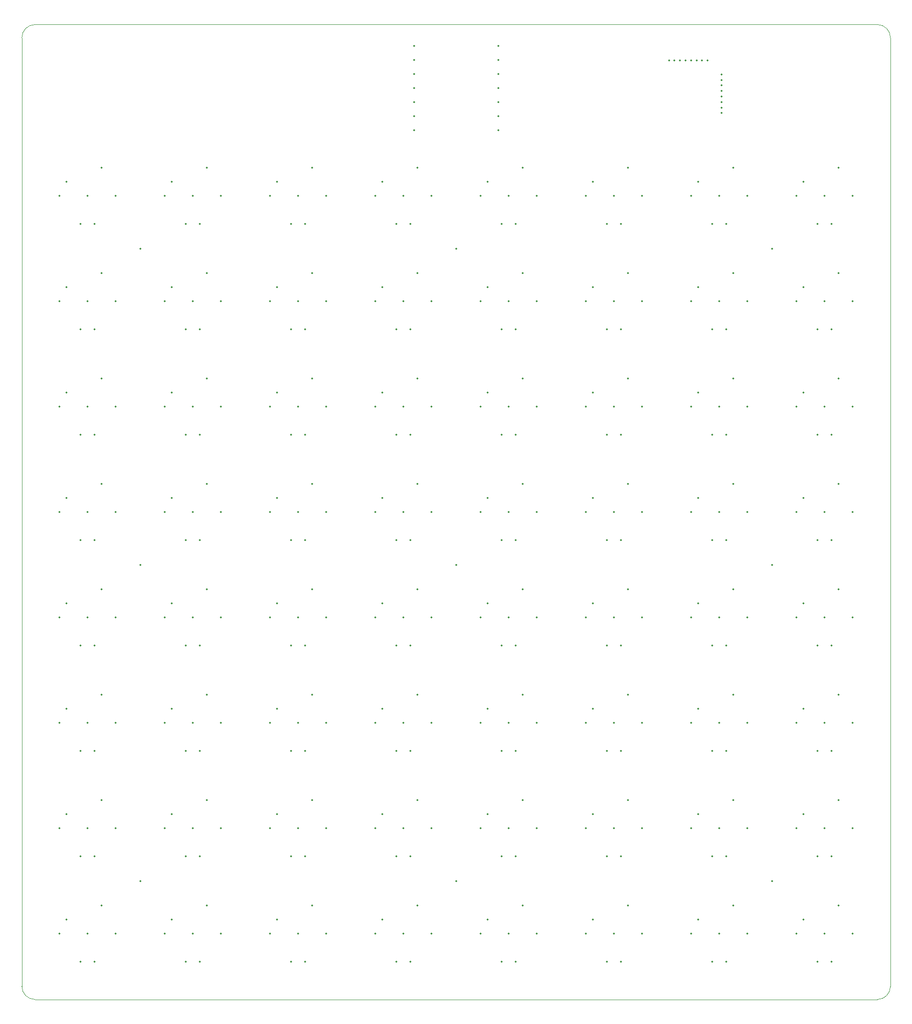
<source format=gko>
%TF.GenerationSoftware,KiCad,Pcbnew,9.0.2*%
%TF.CreationDate,2025-06-29T11:42:18-07:00*%
%TF.ProjectId,Grid64_v3,47726964-3634-45f7-9633-2e6b69636164,rev?*%
%TF.SameCoordinates,Original*%
%TF.FileFunction,Profile,NP*%
%FSLAX46Y46*%
G04 Gerber Fmt 4.6, Leading zero omitted, Abs format (unit mm)*
G04 Created by KiCad (PCBNEW 9.0.2) date 2025-06-29 11:42:18*
%MOMM*%
%LPD*%
G01*
G04 APERTURE LIST*
%TA.AperFunction,Profile*%
%ADD10C,0.050000*%
%TD*%
%ADD11C,0.350000*%
G04 APERTURE END LIST*
D10*
X186055000Y-204946250D02*
G75*
G02*
X183673750Y-207327500I-2381300J50D01*
G01*
X183673700Y-31115000D02*
X31273750Y-31115000D01*
X28892500Y-33496250D02*
G75*
G02*
X31273750Y-31115000I2381250J0D01*
G01*
X31273750Y-207327500D02*
G75*
G02*
X28892500Y-204946250I0J2381250D01*
G01*
X28892500Y-204946250D02*
X28892500Y-33496250D01*
X183673750Y-31115000D02*
G75*
G02*
X186055000Y-33496250I-50J-2381300D01*
G01*
X183673750Y-207327500D02*
X31273750Y-207327500D01*
X186055000Y-33496250D02*
X186055000Y-204946250D01*
D11*
X134778800Y-86201200D03*
X137318800Y-86201200D03*
X92868800Y-195421200D03*
X97948800Y-195421200D03*
X103028800Y-195421200D03*
X94138800Y-192881200D03*
X100488800Y-190341200D03*
X130968800Y-100171200D03*
X136048800Y-100171200D03*
X141128800Y-100171200D03*
X132238800Y-97631200D03*
X138588800Y-95091200D03*
X130968800Y-138271200D03*
X136048800Y-138271200D03*
X141128800Y-138271200D03*
X132238800Y-135731200D03*
X138588800Y-133191200D03*
X96678800Y-181451200D03*
X99218800Y-181451200D03*
X73818800Y-157321200D03*
X78898800Y-157321200D03*
X83978800Y-157321200D03*
X75088800Y-154781200D03*
X81438800Y-152241200D03*
X134778800Y-105251200D03*
X137318800Y-105251200D03*
X169068800Y-62071200D03*
X174148800Y-62071200D03*
X179228800Y-62071200D03*
X170338800Y-59531200D03*
X176688800Y-56991200D03*
X73818800Y-138271200D03*
X78898800Y-138271200D03*
X83978800Y-138271200D03*
X75088800Y-135731200D03*
X81438800Y-133191200D03*
X35718800Y-176371200D03*
X40798800Y-176371200D03*
X45878800Y-176371200D03*
X36988800Y-173831200D03*
X43338800Y-171291200D03*
X172878800Y-200501200D03*
X175418800Y-200501200D03*
X35718800Y-81121200D03*
X40798800Y-81121200D03*
X45878800Y-81121200D03*
X36988800Y-78581200D03*
X43338800Y-76041200D03*
X155473725Y-40115000D03*
X155473725Y-41115000D03*
X155473725Y-42115000D03*
X155473725Y-43115000D03*
X155473725Y-44115000D03*
X155473725Y-45115000D03*
X155473725Y-46115000D03*
X155473725Y-47115000D03*
X58578800Y-124301200D03*
X61118800Y-124301200D03*
X96678800Y-162401200D03*
X99218800Y-162401200D03*
X111918800Y-62071200D03*
X116998800Y-62071200D03*
X122078800Y-62071200D03*
X113188800Y-59531200D03*
X119538800Y-56991200D03*
X107473800Y-128746200D03*
X153828800Y-67151200D03*
X156368800Y-67151200D03*
X50323800Y-71596200D03*
X134778800Y-67151200D03*
X137318800Y-67151200D03*
X164623800Y-71596200D03*
X77628800Y-181451200D03*
X80168800Y-181451200D03*
X73818800Y-119221200D03*
X78898800Y-119221200D03*
X83978800Y-119221200D03*
X75088800Y-116681200D03*
X81438800Y-114141200D03*
X92868800Y-81121200D03*
X97948800Y-81121200D03*
X103028800Y-81121200D03*
X94138800Y-78581200D03*
X100488800Y-76041200D03*
X153828800Y-124301200D03*
X156368800Y-124301200D03*
X153828800Y-181451200D03*
X156368800Y-181451200D03*
X96678800Y-200501200D03*
X99218800Y-200501200D03*
X169068800Y-138271200D03*
X174148800Y-138271200D03*
X179228800Y-138271200D03*
X170338800Y-135731200D03*
X176688800Y-133191200D03*
X115728800Y-200501200D03*
X118268800Y-200501200D03*
X35718800Y-100171200D03*
X40798800Y-100171200D03*
X45878800Y-100171200D03*
X36988800Y-97631200D03*
X43338800Y-95091200D03*
X58578800Y-200501200D03*
X61118800Y-200501200D03*
X54768800Y-100171200D03*
X59848800Y-100171200D03*
X64928800Y-100171200D03*
X56038800Y-97631200D03*
X62388800Y-95091200D03*
X169068800Y-81121200D03*
X174148800Y-81121200D03*
X179228800Y-81121200D03*
X170338800Y-78581200D03*
X176688800Y-76041200D03*
X77628800Y-67151200D03*
X80168800Y-67151200D03*
X35718800Y-119221200D03*
X40798800Y-119221200D03*
X45878800Y-119221200D03*
X36988800Y-116681200D03*
X43338800Y-114141200D03*
X111918800Y-195421200D03*
X116998800Y-195421200D03*
X122078800Y-195421200D03*
X113188800Y-192881200D03*
X119538800Y-190341200D03*
X54768800Y-195421200D03*
X59848800Y-195421200D03*
X64928800Y-195421200D03*
X56038800Y-192881200D03*
X62388800Y-190341200D03*
X150018800Y-119221200D03*
X155098800Y-119221200D03*
X160178800Y-119221200D03*
X151288800Y-116681200D03*
X157638800Y-114141200D03*
X39528800Y-67151200D03*
X42068800Y-67151200D03*
X172878800Y-67151200D03*
X175418800Y-67151200D03*
X134778800Y-181451200D03*
X137318800Y-181451200D03*
X169068800Y-119221200D03*
X174148800Y-119221200D03*
X179228800Y-119221200D03*
X170338800Y-116681200D03*
X176688800Y-114141200D03*
X35718800Y-157321200D03*
X40798800Y-157321200D03*
X45878800Y-157321200D03*
X36988800Y-154781200D03*
X43338800Y-152241200D03*
X134778800Y-124301200D03*
X137318800Y-124301200D03*
X58578800Y-105251200D03*
X61118800Y-105251200D03*
X107473800Y-71596200D03*
X50323800Y-128746200D03*
X39528800Y-86201200D03*
X42068800Y-86201200D03*
X50323800Y-185896200D03*
X96678800Y-105251200D03*
X99218800Y-105251200D03*
X58578800Y-143351200D03*
X61118800Y-143351200D03*
X172878800Y-124301200D03*
X175418800Y-124301200D03*
X77628800Y-124301200D03*
X80168800Y-124301200D03*
X73818800Y-176371200D03*
X78898800Y-176371200D03*
X83978800Y-176371200D03*
X75088800Y-173831200D03*
X81438800Y-171291200D03*
X39528800Y-200501200D03*
X42068800Y-200501200D03*
X150018800Y-62071200D03*
X155098800Y-62071200D03*
X160178800Y-62071200D03*
X151288800Y-59531200D03*
X157638800Y-56991200D03*
X111918800Y-138271200D03*
X116998800Y-138271200D03*
X122078800Y-138271200D03*
X113188800Y-135731200D03*
X119538800Y-133191200D03*
X77628800Y-162401200D03*
X80168800Y-162401200D03*
X130968800Y-81121200D03*
X136048800Y-81121200D03*
X141128800Y-81121200D03*
X132238800Y-78581200D03*
X138588800Y-76041200D03*
X58578800Y-67151200D03*
X61118800Y-67151200D03*
X35718800Y-62071200D03*
X40798800Y-62071200D03*
X45878800Y-62071200D03*
X36988800Y-59531200D03*
X43338800Y-56991200D03*
X39528800Y-143351200D03*
X42068800Y-143351200D03*
X134778800Y-200501200D03*
X137318800Y-200501200D03*
X54768800Y-138271200D03*
X59848800Y-138271200D03*
X64928800Y-138271200D03*
X56038800Y-135731200D03*
X62388800Y-133191200D03*
X54768800Y-62071200D03*
X59848800Y-62071200D03*
X64928800Y-62071200D03*
X56038800Y-59531200D03*
X62388800Y-56991200D03*
X150018800Y-195421200D03*
X155098800Y-195421200D03*
X160178800Y-195421200D03*
X151288800Y-192881200D03*
X157638800Y-190341200D03*
X92868800Y-100171200D03*
X97948800Y-100171200D03*
X103028800Y-100171200D03*
X94138800Y-97631200D03*
X100488800Y-95091200D03*
X111918800Y-81121200D03*
X116998800Y-81121200D03*
X122078800Y-81121200D03*
X113188800Y-78581200D03*
X119538800Y-76041200D03*
X39528800Y-162401200D03*
X42068800Y-162401200D03*
X77628800Y-105251200D03*
X80168800Y-105251200D03*
X58578800Y-162401200D03*
X61118800Y-162401200D03*
X73818800Y-62071200D03*
X78898800Y-62071200D03*
X83978800Y-62071200D03*
X75088800Y-59531200D03*
X81438800Y-56991200D03*
X115728800Y-67151200D03*
X118268800Y-67151200D03*
X77628800Y-86201200D03*
X80168800Y-86201200D03*
X39528800Y-181451200D03*
X42068800Y-181451200D03*
X172878800Y-86201200D03*
X175418800Y-86201200D03*
X145973725Y-37615000D03*
X146973725Y-37615000D03*
X147973725Y-37615000D03*
X148973725Y-37615000D03*
X149973725Y-37615000D03*
X150973725Y-37615000D03*
X151973725Y-37615000D03*
X152973725Y-37615000D03*
X172878800Y-105251200D03*
X175418800Y-105251200D03*
X169068800Y-176371200D03*
X174148800Y-176371200D03*
X179228800Y-176371200D03*
X170338800Y-173831200D03*
X176688800Y-171291200D03*
X92868800Y-176371200D03*
X97948800Y-176371200D03*
X103028800Y-176371200D03*
X94138800Y-173831200D03*
X100488800Y-171291200D03*
X150018800Y-100171200D03*
X155098800Y-100171200D03*
X160178800Y-100171200D03*
X151288800Y-97631200D03*
X157638800Y-95091200D03*
X58578800Y-181451200D03*
X61118800Y-181451200D03*
X58578800Y-86201200D03*
X61118800Y-86201200D03*
X115728800Y-124301200D03*
X118268800Y-124301200D03*
X150018800Y-176371200D03*
X155098800Y-176371200D03*
X160178800Y-176371200D03*
X151288800Y-173831200D03*
X157638800Y-171291200D03*
X115728800Y-162401200D03*
X118268800Y-162401200D03*
X92868800Y-138271200D03*
X97948800Y-138271200D03*
X103028800Y-138271200D03*
X94138800Y-135731200D03*
X100488800Y-133191200D03*
X169068800Y-195421200D03*
X174148800Y-195421200D03*
X179228800Y-195421200D03*
X170338800Y-192881200D03*
X176688800Y-190341200D03*
X150018800Y-138271200D03*
X155098800Y-138271200D03*
X160178800Y-138271200D03*
X151288800Y-135731200D03*
X157638800Y-133191200D03*
X111918800Y-119221200D03*
X116998800Y-119221200D03*
X122078800Y-119221200D03*
X113188800Y-116681200D03*
X119538800Y-114141200D03*
X35718800Y-195421200D03*
X40798800Y-195421200D03*
X45878800Y-195421200D03*
X36988800Y-192881200D03*
X43338800Y-190341200D03*
X115728800Y-143351200D03*
X118268800Y-143351200D03*
X73818800Y-100171200D03*
X78898800Y-100171200D03*
X83978800Y-100171200D03*
X75088800Y-97631200D03*
X81438800Y-95091200D03*
X172878800Y-162401200D03*
X175418800Y-162401200D03*
X115728800Y-86201200D03*
X118268800Y-86201200D03*
X107473800Y-185896200D03*
X130968800Y-119221200D03*
X136048800Y-119221200D03*
X141128800Y-119221200D03*
X132238800Y-116681200D03*
X138588800Y-114141200D03*
X169068800Y-100171200D03*
X174148800Y-100171200D03*
X179228800Y-100171200D03*
X170338800Y-97631200D03*
X176688800Y-95091200D03*
X153828800Y-86201200D03*
X156368800Y-86201200D03*
X150018800Y-157321200D03*
X155098800Y-157321200D03*
X160178800Y-157321200D03*
X151288800Y-154781200D03*
X157638800Y-152241200D03*
X153828800Y-143351200D03*
X156368800Y-143351200D03*
X77628800Y-143351200D03*
X80168800Y-143351200D03*
X73818800Y-195421200D03*
X78898800Y-195421200D03*
X83978800Y-195421200D03*
X75088800Y-192881200D03*
X81438800Y-190341200D03*
X130968800Y-195421200D03*
X136048800Y-195421200D03*
X141128800Y-195421200D03*
X132238800Y-192881200D03*
X138588800Y-190341200D03*
X150018800Y-81121200D03*
X155098800Y-81121200D03*
X160178800Y-81121200D03*
X151288800Y-78581200D03*
X157638800Y-76041200D03*
X130968800Y-157321200D03*
X136048800Y-157321200D03*
X141128800Y-157321200D03*
X132238800Y-154781200D03*
X138588800Y-152241200D03*
X164623800Y-128746200D03*
X92868800Y-62071200D03*
X97948800Y-62071200D03*
X103028800Y-62071200D03*
X94138800Y-59531200D03*
X100488800Y-56991200D03*
X111918800Y-100171200D03*
X116998800Y-100171200D03*
X122078800Y-100171200D03*
X113188800Y-97631200D03*
X119538800Y-95091200D03*
X92868800Y-119221200D03*
X97948800Y-119221200D03*
X103028800Y-119221200D03*
X94138800Y-116681200D03*
X100488800Y-114141200D03*
X92868800Y-157321200D03*
X97948800Y-157321200D03*
X103028800Y-157321200D03*
X94138800Y-154781200D03*
X100488800Y-152241200D03*
X77628800Y-200501200D03*
X80168800Y-200501200D03*
X153828800Y-162401200D03*
X156368800Y-162401200D03*
X172878800Y-143351200D03*
X175418800Y-143351200D03*
X169068800Y-157321200D03*
X174148800Y-157321200D03*
X179228800Y-157321200D03*
X170338800Y-154781200D03*
X176688800Y-152241200D03*
X35718800Y-138271200D03*
X40798800Y-138271200D03*
X45878800Y-138271200D03*
X36988800Y-135731200D03*
X43338800Y-133191200D03*
X96678800Y-124301200D03*
X99218800Y-124301200D03*
X39528800Y-124301200D03*
X42068800Y-124301200D03*
X96678800Y-86201200D03*
X99218800Y-86201200D03*
X54768800Y-81121200D03*
X59848800Y-81121200D03*
X64928800Y-81121200D03*
X56038800Y-78581200D03*
X62388800Y-76041200D03*
X111918800Y-157321200D03*
X116998800Y-157321200D03*
X122078800Y-157321200D03*
X113188800Y-154781200D03*
X119538800Y-152241200D03*
X111918800Y-176371200D03*
X116998800Y-176371200D03*
X122078800Y-176371200D03*
X113188800Y-173831200D03*
X119538800Y-171291200D03*
X115728800Y-181451200D03*
X118268800Y-181451200D03*
X130968800Y-176371200D03*
X136048800Y-176371200D03*
X141128800Y-176371200D03*
X132238800Y-173831200D03*
X138588800Y-171291200D03*
X172878800Y-181451200D03*
X175418800Y-181451200D03*
X73818800Y-81121200D03*
X78898800Y-81121200D03*
X83978800Y-81121200D03*
X75088800Y-78581200D03*
X81438800Y-76041200D03*
X134778800Y-162401200D03*
X137318800Y-162401200D03*
X54768800Y-157321200D03*
X59848800Y-157321200D03*
X64928800Y-157321200D03*
X56038800Y-154781200D03*
X62388800Y-152241200D03*
X54768800Y-119221200D03*
X59848800Y-119221200D03*
X64928800Y-119221200D03*
X56038800Y-116681200D03*
X62388800Y-114141200D03*
X153828800Y-105251200D03*
X156368800Y-105251200D03*
X164623800Y-185896200D03*
X115728800Y-105251200D03*
X118268800Y-105251200D03*
X153828800Y-200501200D03*
X156368800Y-200501200D03*
X96678800Y-143351200D03*
X99218800Y-143351200D03*
X39528800Y-105251200D03*
X42068800Y-105251200D03*
X99853725Y-34995000D03*
X99853725Y-37535000D03*
X99853725Y-40075000D03*
X99853725Y-42615000D03*
X99853725Y-45155000D03*
X99853725Y-47695000D03*
X99853725Y-50235000D03*
X115093725Y-50235000D03*
X115093725Y-47695000D03*
X115093725Y-45155000D03*
X115093725Y-42615000D03*
X115093725Y-40075000D03*
X115093725Y-37535000D03*
X115093725Y-34995000D03*
X134778800Y-143351200D03*
X137318800Y-143351200D03*
X130968800Y-62071200D03*
X136048800Y-62071200D03*
X141128800Y-62071200D03*
X132238800Y-59531200D03*
X138588800Y-56991200D03*
X54768800Y-176371200D03*
X59848800Y-176371200D03*
X64928800Y-176371200D03*
X56038800Y-173831200D03*
X62388800Y-171291200D03*
X96678800Y-67151200D03*
X99218800Y-67151200D03*
M02*

</source>
